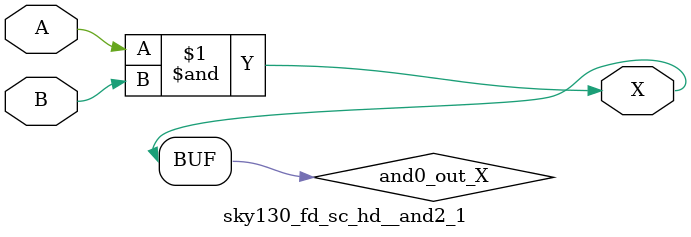
<source format=v>
/*
 * Copyright 2020 The SkyWater PDK Authors
 *
 * Licensed under the Apache License, Version 2.0 (the "License");
 * you may not use this file except in compliance with the License.
 * You may obtain a copy of the License at
 *
 *     https://www.apache.org/licenses/LICENSE-2.0
 *
 * Unless required by applicable law or agreed to in writing, software
 * distributed under the License is distributed on an "AS IS" BASIS,
 * WITHOUT WARRANTIES OR CONDITIONS OF ANY KIND, either express or implied.
 * See the License for the specific language governing permissions and
 * limitations under the License.
 *
 * SPDX-License-Identifier: Apache-2.0
*/


`ifndef SKY130_FD_SC_HD__AND2_1_FUNCTIONAL_V
`define SKY130_FD_SC_HD__AND2_1_FUNCTIONAL_V

/**
 * and2: 2-input AND.
 *
 * Verilog simulation functional model.
 */

`timescale 1ns / 1ps
`default_nettype none

`celldefine
module sky130_fd_sc_hd__and2_1 (
    X,
    A,
    B
);

    // Module ports
    output X;
    input  A;
    input  B;

    // Local signals
    wire and0_out_X;

    //  Name  Output      Other arguments
    and and0 (and0_out_X, A, B           );
    buf buf0 (X         , and0_out_X     );

endmodule
`endcelldefine

`default_nettype wire
`endif  // SKY130_FD_SC_HD__AND2_1_FUNCTIONAL_V

</source>
